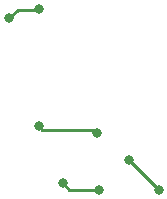
<source format=gbr>
%TF.GenerationSoftware,KiCad,Pcbnew,(6.0.7)*%
%TF.CreationDate,2022-10-01T22:51:18-07:00*%
%TF.ProjectId,Intro Project,496e7472-6f20-4507-926f-6a6563742e6b,rev?*%
%TF.SameCoordinates,Original*%
%TF.FileFunction,Copper,L2,Bot*%
%TF.FilePolarity,Positive*%
%FSLAX46Y46*%
G04 Gerber Fmt 4.6, Leading zero omitted, Abs format (unit mm)*
G04 Created by KiCad (PCBNEW (6.0.7)) date 2022-10-01 22:51:18*
%MOMM*%
%LPD*%
G01*
G04 APERTURE LIST*
%TA.AperFunction,ViaPad*%
%ADD10C,0.800000*%
%TD*%
%TA.AperFunction,Conductor*%
%ADD11C,0.250000*%
%TD*%
G04 APERTURE END LIST*
D10*
%TO.N,Net-(C2-Pad2)*%
X177627701Y-73942299D03*
X172720000Y-73395500D03*
X180340000Y-76200000D03*
X182880000Y-78740000D03*
%TO.N,VCC*%
X177800000Y-78740000D03*
X174747700Y-78227700D03*
%TO.N,Net-(BT1-Pad1)*%
X172763549Y-63456451D03*
X170180000Y-64244500D03*
%TD*%
D11*
%TO.N,Net-(C2-Pad2)*%
X177800000Y-73770000D02*
X177627701Y-73942299D01*
X172720000Y-73395500D02*
X172984500Y-73660000D01*
X177800000Y-73660000D02*
X177800000Y-73770000D01*
X172984500Y-73660000D02*
X177800000Y-73660000D01*
X182880000Y-78740000D02*
X180340000Y-76200000D01*
%TO.N,VCC*%
X175260000Y-78740000D02*
X177800000Y-78740000D01*
X174747700Y-78227700D02*
X175260000Y-78740000D01*
%TO.N,Net-(BT1-Pad1)*%
X172720000Y-63500000D02*
X170924500Y-63500000D01*
X172763549Y-63456451D02*
X172720000Y-63500000D01*
X170180000Y-64244500D02*
X170924500Y-63500000D01*
%TD*%
M02*

</source>
